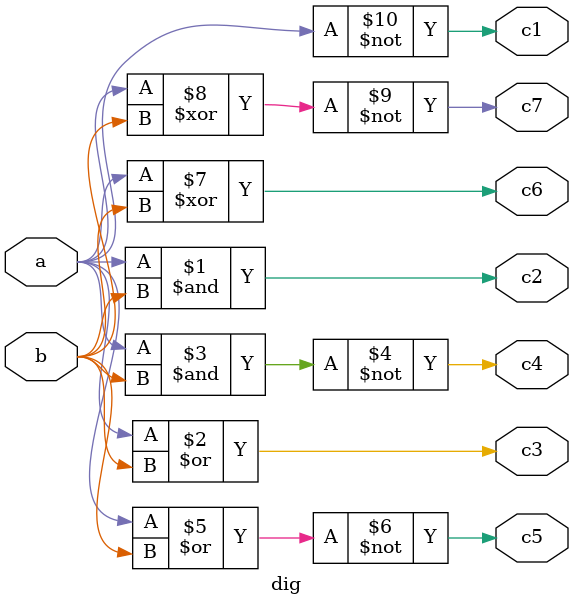
<source format=v>
module dig(a,b,c1,c2,c3,c4,c5,c6,c7); 
input a,b; 
output c1,c2,c3,c4,c5,c6,c7; 
not g1(c1,a); 
and g2(c2,a,b); 
or g3(c3,a,b); 
nand g4(c4,a,b); 
nor g5(c5,a,b); 
xor g6(c6,a,b); 
xnor g7(c7,a,b); 
endmodule
</source>
